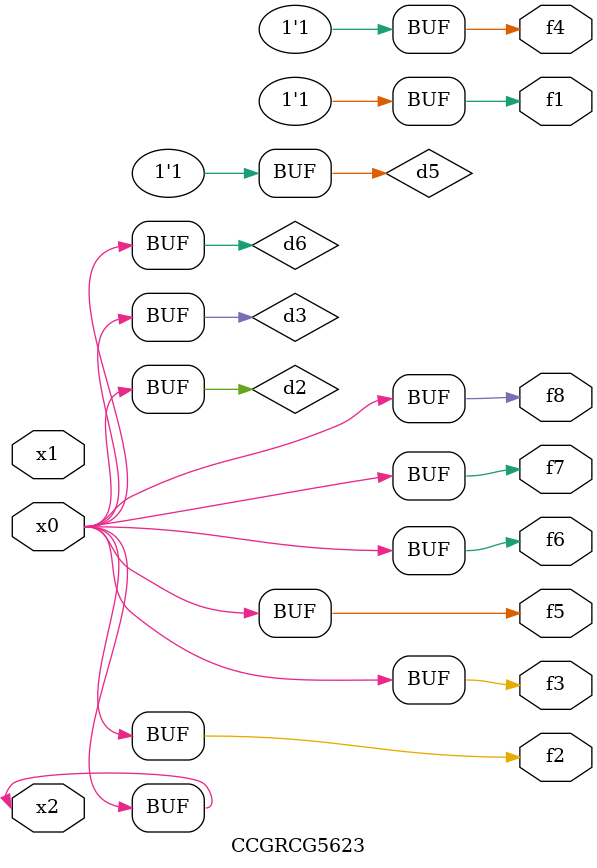
<source format=v>
module CCGRCG5623(
	input x0, x1, x2,
	output f1, f2, f3, f4, f5, f6, f7, f8
);

	wire d1, d2, d3, d4, d5, d6;

	xnor (d1, x2);
	buf (d2, x0, x2);
	and (d3, x0);
	xnor (d4, x1, x2);
	nand (d5, d1, d3);
	buf (d6, d2, d3);
	assign f1 = d5;
	assign f2 = d6;
	assign f3 = d6;
	assign f4 = d5;
	assign f5 = d6;
	assign f6 = d6;
	assign f7 = d6;
	assign f8 = d6;
endmodule

</source>
